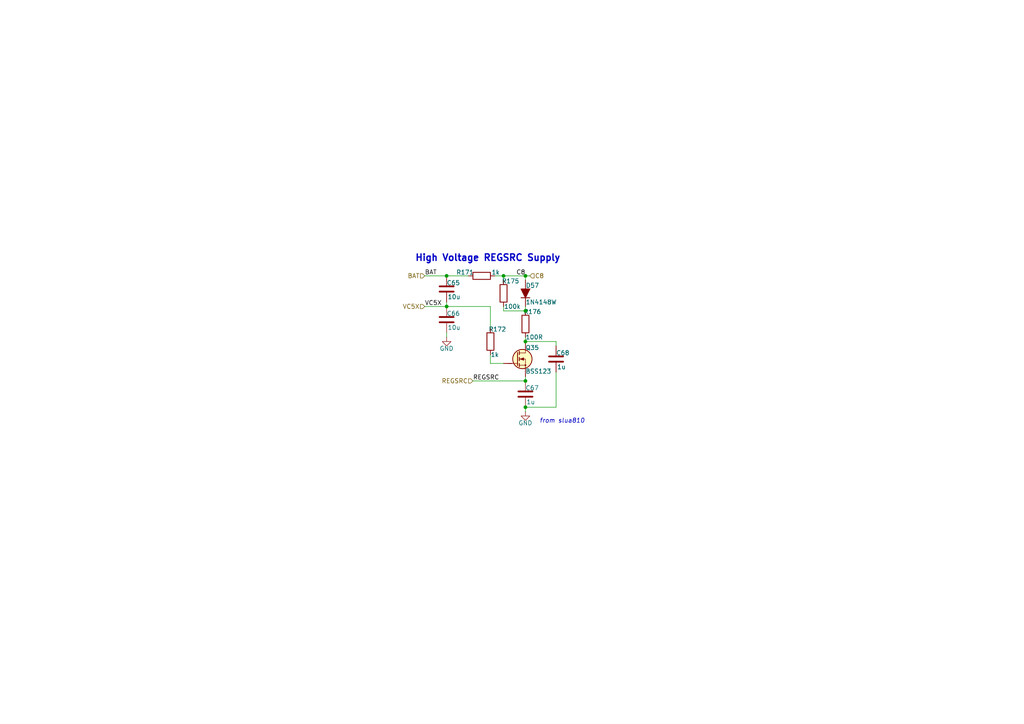
<source format=kicad_sch>
(kicad_sch (version 20250114) (generator "eeschema") (generator_version "9.0")
  (paper "A4")
  (lib_symbols
    (symbol "BSS123_1" (pin_numbers (hide yes)) (pin_names (hide yes))
      (property "Reference" "Q" (at 5.08 1.27 0))
      (property "Value" "BSS123" (at 5.08 -1.27 0))
      (symbol "BSS123_1_0_1"
        (polyline (pts (xy 0.254 1.905) (xy 0.254 -1.905)) (stroke (width 0.254)))
        (polyline (pts (xy 0.254 -1.27) (xy -2.54 -1.27)))
        (polyline (pts (xy 0.762 2.286) (xy 0.762 1.27)) (stroke (width 0.254)))
        (polyline (pts (xy 0.762 0.508) (xy 0.762 -0.508)) (stroke (width 0.254)))
        (polyline (pts (xy 0.762 -1.27) (xy 0.762 -2.286)) (stroke (width 0.254)))
        (polyline (pts (xy 0.762 -1.778) (xy 2.54 -1.778)))
        (polyline (pts (xy 1.016 0) (xy 2.032 0.381) (xy 2.032 -0.381) (xy 1.016 0)) (fill (type outline)))
        (circle (center 1.651 0) (radius 2.794) (stroke (width 0.254)) (fill (type background)))
        (polyline (pts (xy 2.54 2.54) (xy 2.54 1.778)))
        (polyline (pts (xy 2.54 1.778) (xy 0.762 1.778)))
        (circle (center 2.54 -1.778) (radius 0.1778) (fill (type outline)))
        (polyline (pts (xy 2.54 -2.54) (xy 2.54 0) (xy 0.762 0)))
      )
      (symbol "BSS123_1_1_1"
        (pin input line (at -3.81 -1.27 0) (length 2.54) (name "G") (number "1"))
        (pin passive line (at 2.54 5.08 270) (length 2.54) (name "D") (number "3"))
        (pin passive line (at 2.54 -5.08 90) (length 2.54) (name "S") (number "2"))
      )
    )
    (symbol "Device:C" (pin_numbers (hide yes)) (pin_names (offset 0.254))
      (property "Reference" "C" (at 0.635 2.54 0))
      (property "Value" "C" (at 0.635 -2.54 0))
      (symbol "C_0_1"
        (polyline (pts (xy -2.032 0.762) (xy 2.032 0.762)) (stroke (width 0.508)))
        (polyline (pts (xy -2.032 -0.762) (xy 2.032 -0.762)) (stroke (width 0.508)))
      )
      (symbol "C_1_1"
        (pin passive line (at 0 3.81 270) (length 2.794) (name "~") (number "1"))
        (pin passive line (at 0 -3.81 90) (length 2.794) (name "~") (number "2"))
      )
    )
    (symbol "Device:R" (pin_numbers (hide yes)) (pin_names (offset 0))
      (property "Reference" "R" (at 2.032 0 90))
      (property "Value" "R" (at 0 0 90))
      (symbol "R_0_1"
        (rectangle (start -1.016 -2.54) (end 1.016 2.54) (stroke (width 0.254)))
      )
      (symbol "R_1_1"
        (pin passive line (at 0 3.81 270) (length 1.27) (name "~") (number "1"))
        (pin passive line (at 0 -3.81 90) (length 1.27) (name "~") (number "2"))
      )
    )
    (symbol "PCM_Diode_AKL:1N4148W" (pin_numbers (hide yes)) (pin_names (offset 1.016) (hide yes))
      (property "Reference" "D" (at 0 5.08 0))
      (property "Value" "1N4148W" (at 0 2.54 0))
      (symbol "1N4148W_0_1"
        (polyline (pts (xy -1.27 1.27) (xy -1.27 -1.27) (xy 1.27 0) (xy -1.27 1.27)) (stroke (width 0.254)) (fill (type outline)))
        (polyline (pts (xy -1.27 0) (xy 1.27 0)))
        (polyline (pts (xy 1.27 1.27) (xy 1.27 -1.27)) (stroke (width 0.254)))
      )
      (symbol "1N4148W_0_2"
        (polyline (pts (xy -2.54 -2.54) (xy 2.54 2.54)))
        (polyline (pts (xy -0.889 -0.889) (xy -1.778 0) (xy 0.889 0.889) (xy 0 -1.778) (xy -0.889 -0.889)) (stroke (width 0.254)) (fill (type outline)))
        (polyline (pts (xy 0 1.778) (xy 1.778 0)) (stroke (width 0.254)))
      )
      (symbol "1N4148W_1_1"
        (pin passive line (at -3.81 0 0) (length 2.54) (name "A") (number "2"))
        (pin passive line (at 3.81 0 180) (length 2.54) (name "K") (number "1"))
      )
      (symbol "1N4148W_1_2"
        (pin passive line (at -2.54 -2.54 0) (length 0) (name "A") (number "2"))
        (pin passive line (at 2.54 2.54 180) (length 0) (name "K") (number "1"))
      )
    )
    (symbol "power:GND" (power) (pin_numbers (hide yes)) (pin_names (offset 0) (hide yes))
      (property "Value" "GND" (at 0 -3.81 0))
      (symbol "GND_0_1"
        (polyline (pts (xy 0 0) (xy 0 -1.27) (xy 1.27 -1.27) (xy 0 -2.54) (xy -1.27 -1.27) (xy 0 -1.27)))
      )
      (symbol "GND_1_1"
        (pin power_in line (at 0 0 270) (length 0) (name "~") (number "1"))
      )
    )
  )
  (text "from slua810" (at 163.068 122.174 0) (effects (font (size 1.27 1.27) (thickness 0.1588) (italic yes))))
  (text "High Voltage REGSRC Supply" (at 141.478 74.93 0) (effects (font (size 1.905 1.905) (thickness 0.381) (bold yes))))
  (junction (at 152.4 90.17))
  (junction (at 129.54 88.9))
  (junction (at 152.4 99.06))
  (junction (at 152.4 110.49))
  (junction (at 152.4 80.01))
  (junction (at 129.54 80.01))
  (junction (at 146.05 80.01))
  (junction (at 152.4 118.11))
  (wire (pts (xy 146.05 81.28) (xy 146.05 80.01)))
  (wire (pts (xy 152.4 109.22) (xy 152.4 110.49)))
  (wire (pts (xy 152.4 99.06) (xy 161.29 99.06)))
  (wire (pts (xy 129.54 88.9) (xy 142.24 88.9)))
  (wire (pts (xy 152.4 97.79) (xy 152.4 99.06)))
  (wire (pts (xy 129.54 80.01) (xy 135.89 80.01)))
  (wire (pts (xy 161.29 99.06) (xy 161.29 100.33)))
  (wire (pts (xy 129.54 97.79) (xy 129.54 96.52)))
  (wire (pts (xy 142.24 88.9) (xy 142.24 95.25)))
  (wire (pts (xy 142.24 102.87) (xy 142.24 105.41)))
  (wire (pts (xy 137.16 110.49) (xy 152.4 110.49)))
  (wire (pts (xy 142.24 105.41) (xy 146.05 105.41)))
  (wire (pts (xy 161.29 107.95) (xy 161.29 118.11)))
  (wire (pts (xy 123.19 80.01) (xy 129.54 80.01)))
  (wire (pts (xy 152.4 118.11) (xy 161.29 118.11)))
  (wire (pts (xy 152.4 80.01) (xy 153.67 80.01)))
  (wire (pts (xy 152.4 118.11) (xy 152.4 119.38)))
  (wire (pts (xy 143.51 80.01) (xy 146.05 80.01)))
  (wire (pts (xy 146.05 90.17) (xy 152.4 90.17)))
  (wire (pts (xy 146.05 88.9) (xy 146.05 90.17)))
  (wire (pts (xy 123.19 88.9) (xy 129.54 88.9)))
  (wire (pts (xy 129.54 87.63) (xy 129.54 88.9)))
  (wire (pts (xy 152.4 80.01) (xy 152.4 81.28)))
  (wire (pts (xy 152.4 88.9) (xy 152.4 90.17)))
  (wire (pts (xy 146.05 80.01) (xy 152.4 80.01)))
  (label "VC5X" (at 123.19 88.9 0))
  (label "REGSRC" (at 137.16 110.49 0) (effects (font (thickness 0.1588))))
  (label "C8" (at 152.4 80.01 180) (effects (font (thickness 0.1588))))
  (label "BAT" (at 123.19 80.01 0))
  (hierarchical_label "REGSRC" (shape input) (at 137.16 110.49 180))
  (hierarchical_label "BAT" (shape input) (at 123.19 80.01 180))
  (hierarchical_label "VC5X" (shape input) (at 123.19 88.9 180))
  (hierarchical_label "C8" (shape input) (at 153.67 80.01 0))
  (symbol (lib_name "BSS123_1") (lib_id "PCM_Transistor_MOSFET_AKL:BSS123") (at 149.86 104.14 0) (unit 1)
    (property "Reference" "Q35" (at 152.4 100.838 0) (effects (justify left)))
    (property "Value" "BSS123" (at 152.4 107.696 0) (effects (justify left)))
    (property "Footprint" "PCM_Package_TO_SOT_SMD_AKL:SOT-23" (effects (hide yes)))
    (property "Datasheet" "https://www.tme.eu/Document/ad8ba97d41c3fa59dd12a838ef660cd2/BSS123-FAI.pdf" (effects (hide yes)))
    (property "Description" "SOT-23 N-MOSFET enchancement mode transistor, 100V, 170mA, 360mW, Alternate KiCAD Library" (effects (hide yes)))
  )
  (symbol (lib_id "power:GND") (at 129.54 97.79 0) (unit 1)
    (property "Reference" "#PWR065" (effects (hide yes)))
    (property "Value" "GND" (at 131.572 101.092 0) (effects (justify right)))
    (property "Description" "Power symbol creates a global label with name \"GND\" , ground" (effects (hide yes)))
  )
  (symbol (lib_id "power:GND") (at 152.4 119.38 0) (unit 1)
    (property "Reference" "#PWR068" (effects (hide yes)))
    (property "Value" "GND" (at 154.432 122.682 0) (effects (justify right)))
    (property "Description" "Power symbol creates a global label with name \"GND\" , ground" (effects (hide yes)))
  )
  (symbol (lib_id "Device:C") (at 129.54 92.71 0) (mirror x) (unit 1)
    (property "Reference" "C66" (at 129.54 90.932 0) (effects (justify left)))
    (property "Value" "10u" (at 129.794 94.996 0) (effects (justify left)))
    (property "Description" "Unpolarized capacitor" (effects (hide yes)))
  )
  (symbol (lib_id "Device:R") (at 146.05 85.09 0) (mirror y) (unit 1)
    (property "Reference" "R175" (at 148.082 81.534 0))
    (property "Value" "100k" (at 148.59 88.9 0))
    (property "Description" "Resistor" (effects (hide yes)))
  )
  (symbol (lib_id "Device:R") (at 142.24 99.06 0) (mirror y) (unit 1)
    (property "Reference" "R172" (at 144.272 95.504 0))
    (property "Value" "1k" (at 143.51 102.87 0))
    (property "Description" "Resistor" (effects (hide yes)))
  )
  (symbol (lib_id "Device:C") (at 129.54 83.82 0) (mirror x) (unit 1)
    (property "Reference" "C65" (at 129.54 82.042 0) (effects (justify left)))
    (property "Value" "10u" (at 129.794 86.106 0) (effects (justify left)))
    (property "Description" "Unpolarized capacitor" (effects (hide yes)))
  )
  (symbol (lib_id "PCM_Diode_AKL:1N4148W") (at 152.4 85.09 270) (unit 1)
    (property "Reference" "D57" (at 154.432 82.804 90))
    (property "Value" "1N4148W" (at 156.972 87.63 90))
    (property "Footprint" "PCM_Diode_SMD_AKL:D_SOD-123" (effects (hide yes)))
    (property "Datasheet" "https://datasheet.octopart.com/1N4148W-HE3-18-Vishay-datasheet-17291302.pdf" (effects (hide yes)))
    (property "Description" "SOD-123 Diode, Small Signal, Fast Switching, 75V, 150mA, 4ns, Alternate KiCad Library" (effects (hide yes)))
  )
  (symbol (lib_id "Device:C") (at 152.4 114.3 0) (mirror x) (unit 1)
    (property "Reference" "C67" (at 152.4 112.522 0) (effects (justify left)))
    (property "Value" "1u" (at 152.654 116.586 0) (effects (justify left)))
    (property "Description" "Unpolarized capacitor" (effects (hide yes)))
  )
  (symbol (lib_id "Device:C") (at 161.29 104.14 0) (mirror x) (unit 1)
    (property "Reference" "C68" (at 161.29 102.362 0) (effects (justify left)))
    (property "Value" "1u" (at 161.544 106.426 0) (effects (justify left)))
    (property "Description" "Unpolarized capacitor" (effects (hide yes)))
  )
  (symbol (lib_id "Device:R") (at 152.4 93.98 0) (mirror y) (unit 1)
    (property "Reference" "R176" (at 154.432 90.424 0))
    (property "Value" "100R" (at 154.94 97.79 0))
    (property "Description" "Resistor" (effects (hide yes)))
  )
  (symbol (lib_id "Device:R") (at 139.7 80.01 90) (mirror x) (unit 1)
    (property "Reference" "R171" (at 134.874 78.994 90))
    (property "Value" "1k" (at 143.764 78.994 90))
    (property "Description" "Resistor" (effects (hide yes)))
  )
)
</source>
